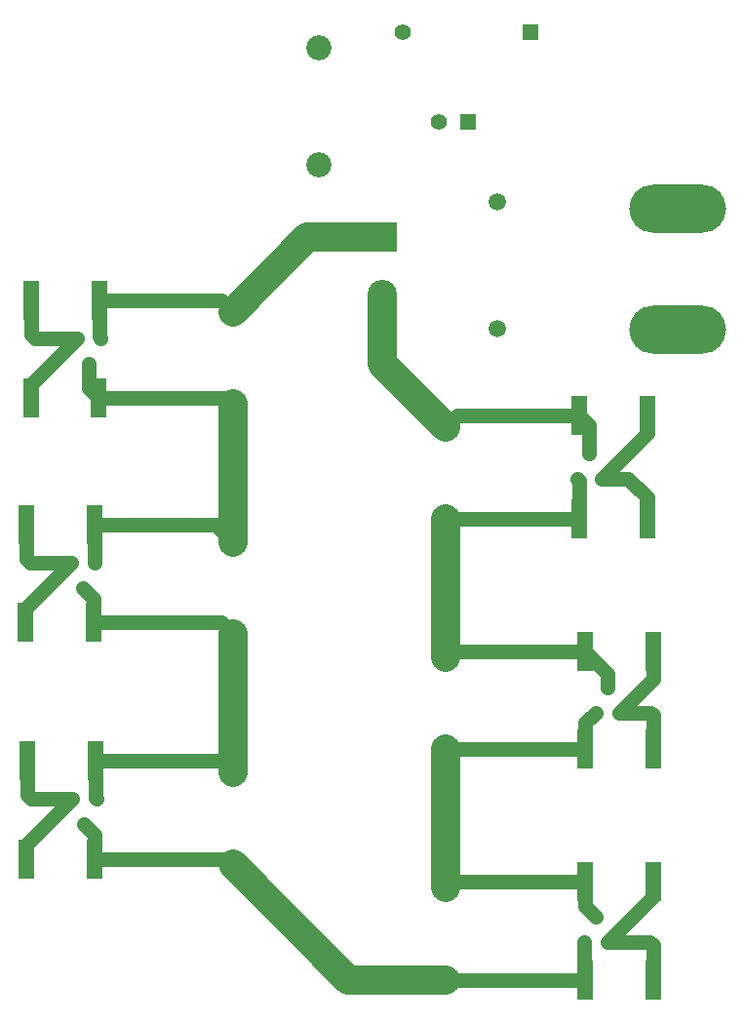
<source format=gbr>
%TF.GenerationSoftware,KiCad,Pcbnew,8.0.5*%
%TF.CreationDate,2024-12-06T09:36:11-05:00*%
%TF.ProjectId,Passive Cap Bank V1,50617373-6976-4652-9043-61702042616e,rev?*%
%TF.SameCoordinates,Original*%
%TF.FileFunction,Copper,L1,Top*%
%TF.FilePolarity,Positive*%
%FSLAX46Y46*%
G04 Gerber Fmt 4.6, Leading zero omitted, Abs format (unit mm)*
G04 Created by KiCad (PCBNEW 8.0.5) date 2024-12-06 09:36:11*
%MOMM*%
%LPD*%
G01*
G04 APERTURE LIST*
G04 Aperture macros list*
%AMRoundRect*
0 Rectangle with rounded corners*
0 $1 Rounding radius*
0 $2 $3 $4 $5 $6 $7 $8 $9 X,Y pos of 4 corners*
0 Add a 4 corners polygon primitive as box body*
4,1,4,$2,$3,$4,$5,$6,$7,$8,$9,$2,$3,0*
0 Add four circle primitives for the rounded corners*
1,1,$1+$1,$2,$3*
1,1,$1+$1,$4,$5*
1,1,$1+$1,$6,$7*
1,1,$1+$1,$8,$9*
0 Add four rect primitives between the rounded corners*
20,1,$1+$1,$2,$3,$4,$5,0*
20,1,$1+$1,$4,$5,$6,$7,0*
20,1,$1+$1,$6,$7,$8,$9,0*
20,1,$1+$1,$8,$9,$2,$3,0*%
G04 Aperture macros list end*
%TA.AperFunction,SMDPad,CuDef*%
%ADD10RoundRect,0.150000X-0.150000X0.350000X-0.150000X-0.350000X0.150000X-0.350000X0.150000X0.350000X0*%
%TD*%
%TA.AperFunction,SMDPad,CuDef*%
%ADD11RoundRect,0.150000X0.150000X-0.350000X0.150000X0.350000X-0.150000X0.350000X-0.150000X-0.350000X0*%
%TD*%
%TA.AperFunction,SMDPad,CuDef*%
%ADD12R,1.320800X3.454400*%
%TD*%
%TA.AperFunction,ComponentPad*%
%ADD13R,1.600200X1.600200*%
%TD*%
%TA.AperFunction,ComponentPad*%
%ADD14C,1.600200*%
%TD*%
%TA.AperFunction,SMDPad,CuDef*%
%ADD15R,1.330000X3.460000*%
%TD*%
%TA.AperFunction,ComponentPad*%
%ADD16C,2.550000*%
%TD*%
%TA.AperFunction,ComponentPad*%
%ADD17R,2.550000X2.550000*%
%TD*%
%TA.AperFunction,ComponentPad*%
%ADD18C,1.508000*%
%TD*%
%TA.AperFunction,ComponentPad*%
%ADD19R,1.397000X1.397000*%
%TD*%
%TA.AperFunction,ComponentPad*%
%ADD20C,1.397000*%
%TD*%
%TA.AperFunction,ComponentPad*%
%ADD21C,2.184400*%
%TD*%
%TA.AperFunction,ComponentPad*%
%ADD22O,8.400000X4.200000*%
%TD*%
%TA.AperFunction,Conductor*%
%ADD23C,1.250000*%
%TD*%
%TA.AperFunction,Conductor*%
%ADD24C,2.500000*%
%TD*%
G04 APERTURE END LIST*
D10*
%TO.P,Q3,1,C*%
%TO.N,Net-(C2--)*%
X138142000Y-109307199D03*
%TO.P,Q3,2,B*%
%TO.N,Net-(Q3-B)*%
X136082000Y-109307199D03*
%TO.P,Q3,3,E*%
%TO.N,Net-(C3--)*%
X137112000Y-111507199D03*
%TD*%
D11*
%TO.P,Q5,1,C*%
%TO.N,Net-(C4--)*%
X181520000Y-101807199D03*
%TO.P,Q5,2,B*%
%TO.N,Net-(Q5-B)*%
X183580000Y-101807199D03*
%TO.P,Q5,3,E*%
%TO.N,Net-(C5--)*%
X182550000Y-99607199D03*
%TD*%
D12*
%TO.P,R9,1*%
%TO.N,Net-(C4--)*%
X180607200Y-104999999D03*
%TO.P,R9,2*%
%TO.N,Net-(Q5-B)*%
X186500000Y-104999999D03*
%TD*%
D13*
%TO.P,C1,1,+*%
%TO.N,V_15*%
X150000000Y-67000000D03*
D14*
%TO.P,C1,2,-*%
%TO.N,Net-(C1--)*%
X150000000Y-74999999D03*
%TD*%
D13*
%TO.P,C5,1,+*%
%TO.N,Net-(C4--)*%
X168500000Y-104999998D03*
D14*
%TO.P,C5,2,-*%
%TO.N,Net-(C5--)*%
X168500000Y-96999999D03*
%TD*%
D12*
%TO.P,R5,1*%
%TO.N,Net-(C2--)*%
X138058400Y-105999999D03*
%TO.P,R5,2*%
%TO.N,Net-(Q3-B)*%
X132165600Y-105999999D03*
%TD*%
D13*
%TO.P,C3,1,+*%
%TO.N,Net-(C2--)*%
X150000000Y-106999999D03*
D14*
%TO.P,C3,2,-*%
%TO.N,Net-(C3--)*%
X150000000Y-114999998D03*
%TD*%
D13*
%TO.P,C2,1,+*%
%TO.N,Net-(C1--)*%
X150000000Y-86999999D03*
D14*
%TO.P,C2,2,-*%
%TO.N,Net-(C2--)*%
X150000000Y-94999998D03*
%TD*%
D13*
%TO.P,C4,1,+*%
%TO.N,Net-(C3--)*%
X168500000Y-124999997D03*
D14*
%TO.P,C4,2,-*%
%TO.N,Net-(C4--)*%
X168500000Y-116999998D03*
%TD*%
D12*
%TO.P,R1,1*%
%TO.N,V_15*%
X138392800Y-65999999D03*
%TO.P,R1,2*%
%TO.N,Net-(Q1-B)*%
X132500000Y-65999999D03*
%TD*%
%TO.P,R11,1*%
%TO.N,Net-(C5--)*%
X180107200Y-84999999D03*
%TO.P,R11,2*%
%TO.N,Net-(Q6-B)*%
X186000000Y-84999999D03*
%TD*%
D15*
%TO.P,R10,1*%
%TO.N,Net-(Q5-B)*%
X186500000Y-96499999D03*
%TO.P,R10,2*%
%TO.N,Net-(C5--)*%
X180612000Y-96499999D03*
%TD*%
D11*
%TO.P,Q6,1,C*%
%TO.N,Net-(C5--)*%
X179940000Y-81499999D03*
%TO.P,Q6,2,B*%
%TO.N,Net-(Q6-B)*%
X182000000Y-81499999D03*
%TO.P,Q6,3,E*%
%TO.N,GND*%
X180970000Y-79299999D03*
%TD*%
%TO.P,Q4,1,C*%
%TO.N,Net-(C3--)*%
X180470000Y-121699999D03*
%TO.P,Q4,2,B*%
%TO.N,Net-(Q4-B)*%
X182530000Y-121699999D03*
%TO.P,Q4,3,E*%
%TO.N,Net-(C4--)*%
X181500000Y-119499999D03*
%TD*%
D10*
%TO.P,Q2,1,C*%
%TO.N,Net-(C1--)*%
X138000000Y-88807199D03*
%TO.P,Q2,2,B*%
%TO.N,Net-(Q2-B)*%
X135940000Y-88807199D03*
%TO.P,Q2,3,E*%
%TO.N,Net-(C2--)*%
X136970000Y-91007199D03*
%TD*%
D12*
%TO.P,R3,1*%
%TO.N,Net-(C1--)*%
X138000000Y-85499999D03*
%TO.P,R3,2*%
%TO.N,Net-(Q2-B)*%
X132107200Y-85499999D03*
%TD*%
D15*
%TO.P,R8,1*%
%TO.N,Net-(Q4-B)*%
X186500000Y-116499999D03*
%TO.P,R8,2*%
%TO.N,Net-(C4--)*%
X180612000Y-116499999D03*
%TD*%
%TO.P,R12,1*%
%TO.N,Net-(Q6-B)*%
X186000000Y-75999999D03*
%TO.P,R12,2*%
%TO.N,GND*%
X180112000Y-75999999D03*
%TD*%
D12*
%TO.P,R7,1*%
%TO.N,Net-(C3--)*%
X180607200Y-124999999D03*
%TO.P,R7,2*%
%TO.N,Net-(Q4-B)*%
X186500000Y-124999999D03*
%TD*%
D13*
%TO.P,C6,1,+*%
%TO.N,Net-(C5--)*%
X168467626Y-85007199D03*
D14*
%TO.P,C6,2,-*%
%TO.N,GND*%
X168467626Y-77007200D03*
%TD*%
D15*
%TO.P,R2,1*%
%TO.N,Net-(Q1-B)*%
X132500000Y-74499999D03*
%TO.P,R2,2*%
%TO.N,Net-(C1--)*%
X138388000Y-74499999D03*
%TD*%
%TO.P,R6,1*%
%TO.N,Net-(Q3-B)*%
X132112000Y-114499999D03*
%TO.P,R6,2*%
%TO.N,Net-(C3--)*%
X138000000Y-114499999D03*
%TD*%
D16*
%TO.P,J1,N*%
%TO.N,GND*%
X163000000Y-65500000D03*
D17*
%TO.P,J1,P*%
%TO.N,V_15*%
X163000000Y-60500000D03*
D18*
%TO.P,J1,S1*%
%TO.N,N/C*%
X173000000Y-68500000D03*
%TO.P,J1,S2*%
X173000000Y-57500000D03*
%TD*%
D15*
%TO.P,R4,1*%
%TO.N,Net-(Q2-B)*%
X132000000Y-93999999D03*
%TO.P,R4,2*%
%TO.N,Net-(C2--)*%
X137888000Y-93999999D03*
%TD*%
D10*
%TO.P,Q1,1,C*%
%TO.N,V_15*%
X138530000Y-69299999D03*
%TO.P,Q1,2,B*%
%TO.N,Net-(Q1-B)*%
X136470000Y-69299999D03*
%TO.P,Q1,3,E*%
%TO.N,Net-(C1--)*%
X137500000Y-71499999D03*
%TD*%
D19*
%TO.P,R14,1*%
%TO.N,Net-(D1-K)*%
X175891170Y-42730000D03*
D20*
%TO.P,R14,2*%
%TO.N,GND*%
X164788830Y-42730000D03*
%TD*%
D19*
%TO.P,D1,1,K*%
%TO.N,Net-(D1-K)*%
X170450000Y-50570000D03*
D20*
%TO.P,D1,2,A*%
%TO.N,Net-(D1-A)*%
X167910000Y-50570000D03*
%TD*%
D21*
%TO.P,R13,1*%
%TO.N,Net-(D1-A)*%
X157470000Y-54251000D03*
%TO.P,R13,3*%
%TO.N,GND*%
X157470000Y-44091000D03*
%TD*%
D22*
%TO.P,SW1,1,A*%
%TO.N,V_15*%
X188650000Y-68590000D03*
%TO.P,SW1,2,B*%
%TO.N,Net-(D1-A)*%
X188650000Y-58090000D03*
%TD*%
D23*
%TO.N,V_15*%
X138392800Y-65999999D02*
X148999999Y-65999999D01*
X138392800Y-69162799D02*
X138530000Y-69299999D01*
X138392800Y-65999999D02*
X138392800Y-69162799D01*
X148999999Y-65999999D02*
X150000000Y-67000000D01*
D24*
X163000000Y-60500000D02*
X156500000Y-60500000D01*
X156500000Y-60500000D02*
X150000000Y-67000000D01*
D23*
%TO.N,Net-(C1--)*%
X149500000Y-74499999D02*
X150000000Y-74999999D01*
X137500000Y-73611999D02*
X138388000Y-74499999D01*
X148500000Y-85499999D02*
X150000000Y-86999999D01*
X138000000Y-85499999D02*
X148500000Y-85499999D01*
D24*
X150000000Y-74999999D02*
X150000000Y-86999999D01*
D23*
X138000000Y-88807199D02*
X138000000Y-85499999D01*
X137500000Y-71499999D02*
X137500000Y-73611999D01*
X138388000Y-74499999D02*
X149500000Y-74499999D01*
%TO.N,Net-(C2--)*%
X137888000Y-93999999D02*
X149000001Y-93999999D01*
X137888000Y-91925199D02*
X136970000Y-91007199D01*
X137888000Y-93999999D02*
X137888000Y-91925199D01*
D24*
X150000000Y-94999998D02*
X150000000Y-106999999D01*
D23*
X138058400Y-105999999D02*
X138058400Y-109223599D01*
X138058400Y-105999999D02*
X149000000Y-105999999D01*
X149000001Y-93999999D02*
X150000000Y-94999998D01*
X138058400Y-109223599D02*
X138142000Y-109307199D01*
X149000000Y-105999999D02*
X150000000Y-106999999D01*
D24*
%TO.N,Net-(C3--)*%
X150000000Y-114999998D02*
X160000001Y-124999999D01*
D23*
X168500002Y-124999999D02*
X168500000Y-124999997D01*
X149500001Y-114499999D02*
X150000000Y-114999998D01*
D24*
X162000000Y-124999999D02*
X162000002Y-124999997D01*
D23*
X138000000Y-114499999D02*
X149500001Y-114499999D01*
D24*
X160000001Y-124999999D02*
X162000000Y-124999999D01*
D23*
X180470000Y-121699999D02*
X180470000Y-124862799D01*
X180470000Y-124862799D02*
X180607200Y-124999999D01*
X138000000Y-112395199D02*
X137112000Y-111507199D01*
X138000000Y-114499999D02*
X138000000Y-112395199D01*
X180607200Y-124999999D02*
X168500002Y-124999999D01*
D24*
X162000002Y-124999997D02*
X168500000Y-124999997D01*
D23*
%TO.N,Net-(C4--)*%
X180607200Y-104999999D02*
X180607200Y-102719999D01*
X180612000Y-116499999D02*
X180612000Y-118611999D01*
X180607200Y-102719999D02*
X181520000Y-101807199D01*
X180612000Y-116499999D02*
X168999999Y-116499999D01*
D24*
X168500000Y-116999998D02*
X168500000Y-104999998D01*
D23*
X180612000Y-118611999D02*
X181500000Y-119499999D01*
X168999999Y-116499999D02*
X168500000Y-116999998D01*
X180607200Y-104999999D02*
X168500001Y-104999999D01*
X168500001Y-104999999D02*
X168500000Y-104999998D01*
D24*
%TO.N,Net-(C5--)*%
X168500000Y-85039573D02*
X168467626Y-85007199D01*
D23*
X180612000Y-96499999D02*
X169000000Y-96499999D01*
X180107200Y-81667199D02*
X179940000Y-81499999D01*
X182550000Y-99607199D02*
X182550000Y-98437999D01*
X180107200Y-84999999D02*
X180107200Y-81667199D01*
X169000000Y-96499999D02*
X168500000Y-96999999D01*
X182550000Y-98437999D02*
X180612000Y-96499999D01*
X180107200Y-84999999D02*
X168474826Y-84999999D01*
D24*
X168500000Y-96999999D02*
X168500000Y-85039573D01*
D23*
X168474826Y-84999999D02*
X168467626Y-85007199D01*
D24*
%TO.N,GND*%
X163000000Y-71539574D02*
X168467626Y-77007200D01*
D23*
X169474827Y-75999999D02*
X168467626Y-77007200D01*
X180970000Y-79299999D02*
X180970000Y-76857999D01*
X180970000Y-76857999D02*
X180112000Y-75999999D01*
D24*
X163000000Y-65500000D02*
X163000000Y-71539574D01*
D23*
X180112000Y-75999999D02*
X169474827Y-75999999D01*
%TO.N,Net-(Q1-B)*%
X132500000Y-68977199D02*
X132822800Y-69299999D01*
X132500000Y-65999999D02*
X132500000Y-68977199D01*
X132500000Y-73269999D02*
X136470000Y-69299999D01*
X132500000Y-74499999D02*
X132500000Y-73269999D01*
X132822800Y-69299999D02*
X136470000Y-69299999D01*
%TO.N,Net-(Q2-B)*%
X132107200Y-88477199D02*
X132107200Y-85499999D01*
X135940000Y-88807199D02*
X132437200Y-88807199D01*
X132437200Y-88807199D02*
X132107200Y-88477199D01*
X135940000Y-88807199D02*
X132000000Y-92747199D01*
X132000000Y-92747199D02*
X132000000Y-93999999D01*
%TO.N,Net-(Q3-B)*%
X132112000Y-113277199D02*
X132112000Y-114499999D01*
X136082000Y-109307199D02*
X132112000Y-113277199D01*
X136082000Y-109307199D02*
X132495600Y-109307199D01*
X132495600Y-109307199D02*
X132165600Y-108977199D01*
X132165600Y-108977199D02*
X132165600Y-105999999D01*
%TO.N,Net-(Q4-B)*%
X182530000Y-121699999D02*
X186500000Y-117729999D01*
X186500000Y-117729999D02*
X186500000Y-116499999D01*
X182530000Y-121699999D02*
X186177200Y-121699999D01*
X186177200Y-121699999D02*
X186500000Y-122022799D01*
X186500000Y-122022799D02*
X186500000Y-124999999D01*
%TO.N,Net-(Q5-B)*%
X186500000Y-102022799D02*
X186500000Y-104999999D01*
X186284400Y-101807199D02*
X186500000Y-102022799D01*
X186500000Y-98887199D02*
X186500000Y-96499999D01*
X183580000Y-101807199D02*
X186500000Y-98887199D01*
X183580000Y-101807199D02*
X186284400Y-101807199D01*
%TO.N,Net-(Q6-B)*%
X184349084Y-81499999D02*
X186000000Y-83150915D01*
X186000000Y-83150915D02*
X186000000Y-84999999D01*
X182000000Y-81499999D02*
X184349084Y-81499999D01*
X182000000Y-81499999D02*
X186000000Y-77499999D01*
X186000000Y-77499999D02*
X186000000Y-75999999D01*
%TD*%
M02*

</source>
